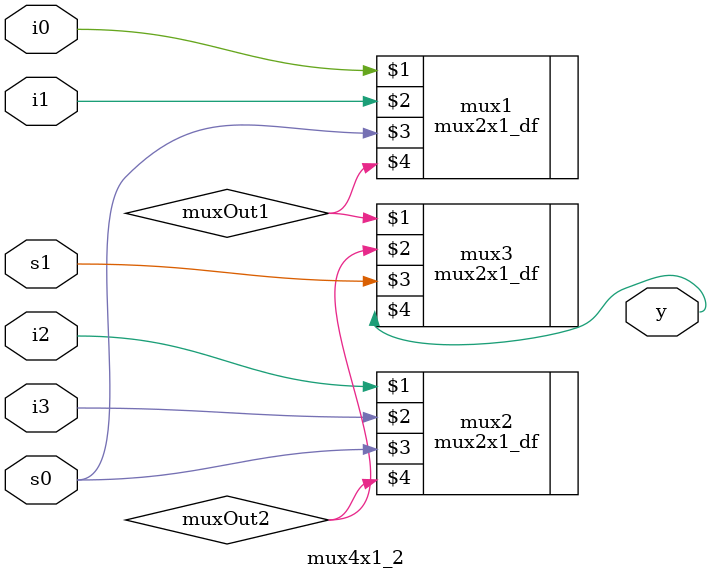
<source format=v>
`include "mux2x1_df.v"
module mux4x1_2(input i0, i1, i2, i3, input s0, s1, output y);
    wire muxOut1,muxOut2;
    
    
    mux2x1_df mux1(i0, i1, s0, muxOut1); //(input i0,i1,s, ouput y)
    mux2x1_df mux2(i2,i3,s0,muxOut2);
    mux2x1_df mux3(muxOut1,muxOut2,s1,y); // output mux
    
endmodule
</source>
